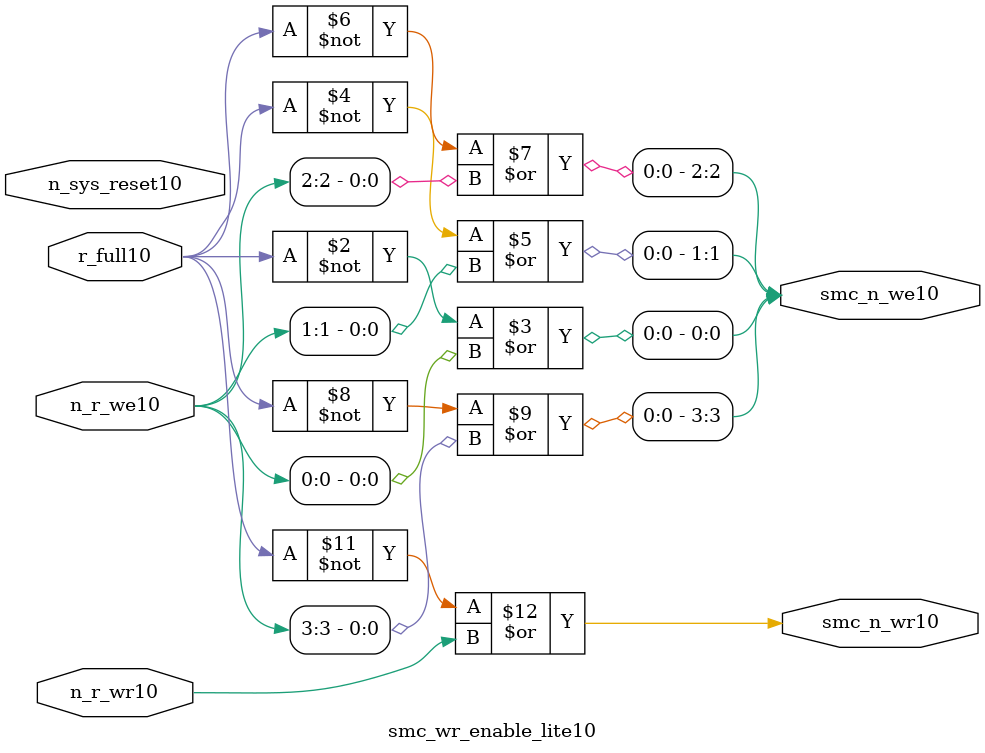
<source format=v>


  module smc_wr_enable_lite10 (

                      //inputs10                      

                      n_sys_reset10,
                      r_full10,
                      n_r_we10,
                      n_r_wr10,

                      //outputs10

                      smc_n_we10,
                      smc_n_wr10);

//I10/O10
   
   input             n_sys_reset10;   //system reset
   input             r_full10;    // Full cycle write strobe10
   input [3:0]       n_r_we10;    //write enable from smc_strobe10
   input             n_r_wr10;    //write strobe10 from smc_strobe10
   output [3:0]      smc_n_we10;  // write enable (active low10)
   output            smc_n_wr10;  // write strobe10 (active low10)
   
   
//output reg declaration10.
   
   reg [3:0]          smc_n_we10;
   reg                smc_n_wr10;

//----------------------------------------------------------------------
// negedge strobes10 with clock10.
//----------------------------------------------------------------------
      

//----------------------------------------------------------------------
      
//--------------------------------------------------------------------
// Gate10 Write strobes10 with clock10.
//--------------------------------------------------------------------

  always @(r_full10 or n_r_we10)
  
  begin
  
     smc_n_we10[0] = ((~r_full10  ) | n_r_we10[0] );

     smc_n_we10[1] = ((~r_full10  ) | n_r_we10[1] );

     smc_n_we10[2] = ((~r_full10  ) | n_r_we10[2] );

     smc_n_we10[3] = ((~r_full10  ) | n_r_we10[3] );

  
  end

//--------------------------------------------------------------------   
//write strobe10 generation10
//--------------------------------------------------------------------   

  always @(n_r_wr10 or r_full10 )
  
     begin
  
        smc_n_wr10 = ((~r_full10 ) | n_r_wr10 );
       
     end

endmodule // smc_wr_enable10


</source>
